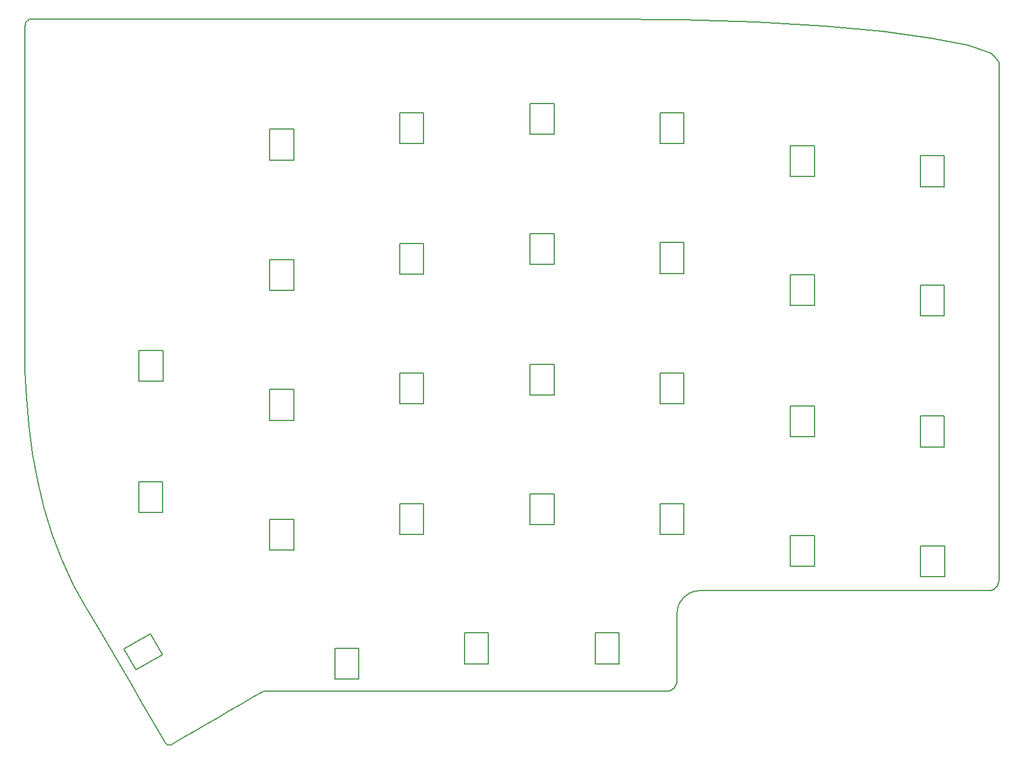
<source format=gbr>
G04 #@! TF.GenerationSoftware,KiCad,Pcbnew,(6.0.0-0)*
G04 #@! TF.CreationDate,2022-05-04T20:25:02-04:00*
G04 #@! TF.ProjectId,Lily58,4c696c79-3538-42e6-9b69-6361645f7063,rev?*
G04 #@! TF.SameCoordinates,Original*
G04 #@! TF.FileFunction,Profile,NP*
%FSLAX46Y46*%
G04 Gerber Fmt 4.6, Leading zero omitted, Abs format (unit mm)*
G04 Created by KiCad (PCBNEW (6.0.0-0)) date 2022-05-04 20:25:02*
%MOMM*%
%LPD*%
G01*
G04 APERTURE LIST*
G04 #@! TA.AperFunction,Profile*
%ADD10C,0.200000*%
G04 #@! TD*
G04 #@! TA.AperFunction,Profile*
%ADD11C,0.150000*%
G04 #@! TD*
G04 APERTURE END LIST*
D10*
X104807833Y-37086762D02*
X94400000Y-37086762D01*
X82937528Y-82285296D02*
X82937528Y-75978362D01*
X82937528Y-75978362D02*
X82937528Y-69671429D01*
X82937528Y-88592229D02*
X82937528Y-82285296D01*
D11*
X118750000Y-57750000D02*
X118750000Y-53250000D01*
X101310889Y-127109431D02*
X103060889Y-130140520D01*
X103060889Y-130140520D02*
X99163775Y-132390520D01*
X97413775Y-129359431D02*
X101310889Y-127109431D01*
X99163775Y-132390520D02*
X97413775Y-129359431D01*
X118750000Y-72350000D02*
X122250000Y-72350000D01*
X131750000Y-129250000D02*
X131750000Y-133750000D01*
X166350000Y-127000000D02*
X169850000Y-127000000D01*
X160350000Y-111150000D02*
X156850000Y-111150000D01*
X141250000Y-108050000D02*
X141250000Y-112550000D01*
X103099200Y-104864800D02*
X103099200Y-109364800D01*
X137750000Y-108050000D02*
X141250000Y-108050000D01*
X198450000Y-117250000D02*
X194950000Y-117250000D01*
X122250000Y-114850000D02*
X118750000Y-114850000D01*
X156850000Y-111150000D02*
X156850000Y-106650000D01*
X166350000Y-131500000D02*
X166350000Y-127000000D01*
X194950000Y-117250000D02*
X194950000Y-112750000D01*
X141250000Y-112550000D02*
X137750000Y-112550000D01*
X122250000Y-110350000D02*
X122250000Y-114850000D01*
X179350000Y-108050000D02*
X179350000Y-112550000D01*
X175850000Y-108050000D02*
X179350000Y-108050000D01*
X214000000Y-118750000D02*
X214000000Y-114250000D01*
X147250000Y-127000000D02*
X150750000Y-127000000D01*
X150750000Y-131500000D02*
X147250000Y-131500000D01*
X160350000Y-106650000D02*
X160350000Y-111150000D01*
X137750000Y-112550000D02*
X137750000Y-108050000D01*
X150750000Y-127000000D02*
X150750000Y-131500000D01*
X156850000Y-106650000D02*
X160350000Y-106650000D01*
X217500000Y-114250000D02*
X217500000Y-118750000D01*
X99599200Y-104864800D02*
X103099200Y-104864800D01*
X194950000Y-112750000D02*
X198450000Y-112750000D01*
X128250000Y-129250000D02*
X131750000Y-129250000D01*
X103099200Y-109364800D02*
X99599200Y-109364800D01*
X175850000Y-112550000D02*
X175850000Y-108050000D01*
X217500000Y-118750000D02*
X214000000Y-118750000D01*
X214000000Y-114250000D02*
X217500000Y-114250000D01*
X147250000Y-131500000D02*
X147250000Y-127000000D01*
X99599200Y-109364800D02*
X99599200Y-104864800D01*
X118750000Y-114850000D02*
X118750000Y-110350000D01*
X118750000Y-110350000D02*
X122250000Y-110350000D01*
X128250000Y-133750000D02*
X128250000Y-129250000D01*
X169850000Y-127000000D02*
X169850000Y-131500000D01*
X169850000Y-131500000D02*
X166350000Y-131500000D01*
X179350000Y-112550000D02*
X175850000Y-112550000D01*
X198450000Y-112750000D02*
X198450000Y-117250000D01*
X131750000Y-133750000D02*
X128250000Y-133750000D01*
X99624000Y-90170000D02*
X99624000Y-85670000D01*
X103124000Y-85670000D02*
X103124000Y-90170000D01*
X103124000Y-90170000D02*
X99624000Y-90170000D01*
X99624000Y-85670000D02*
X103124000Y-85670000D01*
D10*
X178319348Y-134034052D02*
X178288901Y-134314154D01*
X225460000Y-100326490D02*
X225460000Y-109808112D01*
X82937528Y-63364495D02*
X82937528Y-57057562D01*
D11*
X160350000Y-92150000D02*
X156850000Y-92150000D01*
D10*
X96695647Y-131453701D02*
X98371341Y-134320020D01*
X225204001Y-120128696D02*
X225020912Y-120350648D01*
X169449826Y-135511658D02*
X176819348Y-135511658D01*
D11*
X141250000Y-88950000D02*
X141250000Y-93450000D01*
D10*
X89992869Y-119988423D02*
X91668563Y-122854742D01*
X177658308Y-135255660D02*
X177403500Y-135393876D01*
D11*
X141250000Y-55350000D02*
X137750000Y-55350000D01*
D10*
X178201565Y-134595810D02*
X178063349Y-134850619D01*
X104288864Y-143357278D02*
X104456758Y-143271756D01*
D11*
X122250000Y-72350000D02*
X122250000Y-76850000D01*
D10*
X225460000Y-43436755D02*
X225460000Y-52918378D01*
D11*
X198450000Y-60150000D02*
X194950000Y-60150000D01*
D10*
X136027379Y-37086762D02*
X125619545Y-37086762D01*
X104130206Y-143404468D02*
X104288864Y-143357278D01*
X83245570Y-37394123D02*
X83400937Y-37265961D01*
X103842470Y-143386445D02*
X103981252Y-143413974D01*
D11*
X179350000Y-50850000D02*
X179350000Y-55350000D01*
D10*
X82937528Y-50750629D02*
X82937528Y-44443695D01*
X103597295Y-143222884D02*
X103714328Y-143322532D01*
X116186619Y-136480784D02*
X117862313Y-135510645D01*
X224278471Y-42156190D02*
X220889319Y-40963847D01*
D11*
X217450000Y-80550000D02*
X213950000Y-80550000D01*
D10*
X103981252Y-143413974D02*
X104130206Y-143404468D01*
D11*
X194950000Y-93750000D02*
X198450000Y-93750000D01*
X156850000Y-87650000D02*
X160350000Y-87650000D01*
D10*
X224900000Y-42700000D02*
X224278471Y-42156190D01*
X178319348Y-131597973D02*
X178319348Y-132816013D01*
D11*
X137750000Y-74450000D02*
X137750000Y-69950000D01*
D10*
X178319348Y-129161894D02*
X178319348Y-130379933D01*
D11*
X118750000Y-76850000D02*
X118750000Y-72350000D01*
X122250000Y-91350000D02*
X122250000Y-95850000D01*
D10*
X83579303Y-37169210D02*
X83776462Y-37108075D01*
X178594174Y-122926713D02*
X178916678Y-122332160D01*
X178390391Y-123583911D02*
X178594174Y-122926713D01*
X104456758Y-143271756D02*
X106132452Y-142301617D01*
X197622092Y-120789735D02*
X202889673Y-120789735D01*
X213424836Y-120789735D02*
X218692418Y-120789735D01*
X225460000Y-90844867D02*
X225460000Y-100326490D01*
D11*
X160350000Y-49460000D02*
X160350000Y-53960000D01*
D10*
X91668563Y-122854742D02*
X93344258Y-125721062D01*
X139971738Y-135511658D02*
X147341260Y-135511658D01*
X82937528Y-44443695D02*
X82937528Y-38136762D01*
X224900000Y-42700000D02*
X225460000Y-43436755D01*
D11*
X179350000Y-55350000D02*
X175850000Y-55350000D01*
D10*
X83400937Y-37265961D02*
X83579303Y-37169210D01*
D11*
X118750000Y-91350000D02*
X122250000Y-91350000D01*
D10*
X95019952Y-128587381D02*
X96695647Y-131453701D01*
D11*
X137750000Y-69950000D02*
X141250000Y-69950000D01*
D10*
X192354511Y-120789735D02*
X197622092Y-120789735D01*
D11*
X156850000Y-68550000D02*
X160350000Y-68550000D01*
D10*
X181819348Y-120789735D02*
X187086929Y-120789735D01*
X177880261Y-135072571D02*
X177658308Y-135255660D01*
X103398425Y-142918979D02*
X103491837Y-143088150D01*
D11*
X175850000Y-74350000D02*
X175850000Y-69850000D01*
D10*
X225020912Y-120350648D02*
X224798960Y-120533736D01*
D11*
X141250000Y-93450000D02*
X137750000Y-93450000D01*
D10*
X83020657Y-37727855D02*
X83117409Y-37549489D01*
D11*
X217450000Y-95250000D02*
X217450000Y-99750000D01*
D10*
X106132452Y-142301617D02*
X107808147Y-141331479D01*
D11*
X179350000Y-69850000D02*
X179350000Y-74350000D01*
X141250000Y-74450000D02*
X137750000Y-74450000D01*
D10*
X215525697Y-39885159D02*
X208420758Y-38945561D01*
D11*
X213950000Y-76050000D02*
X217450000Y-76050000D01*
D10*
X177403500Y-135393876D02*
X177121844Y-135481211D01*
D11*
X122250000Y-57750000D02*
X118750000Y-57750000D01*
X194950000Y-79050000D02*
X194950000Y-74550000D01*
X160350000Y-68550000D02*
X160350000Y-73050000D01*
X175850000Y-88950000D02*
X179350000Y-88950000D01*
X213950000Y-95250000D02*
X217450000Y-95250000D01*
X160350000Y-73050000D02*
X156850000Y-73050000D01*
X122250000Y-53250000D02*
X122250000Y-57750000D01*
X198450000Y-98250000D02*
X194950000Y-98250000D01*
D10*
X178319348Y-126725814D02*
X178319348Y-127943854D01*
X178063349Y-134850619D02*
X177880261Y-135072571D01*
X224262495Y-120759288D02*
X223959999Y-120789735D01*
X83135690Y-92617561D02*
X83490297Y-96657663D01*
D11*
X137750000Y-55350000D02*
X137750000Y-50850000D01*
D10*
X178319348Y-132816013D02*
X178319348Y-134034052D01*
D11*
X137750000Y-50850000D02*
X141250000Y-50850000D01*
D10*
X179343884Y-121814271D02*
X179861773Y-121387065D01*
X125619545Y-37086762D02*
X115211711Y-37086762D01*
X225460000Y-109808112D02*
X225460000Y-119289735D01*
X88291758Y-116318073D02*
X89993333Y-119989540D01*
X83117409Y-37549489D02*
X83245570Y-37394123D01*
D11*
X217450000Y-99750000D02*
X213950000Y-99750000D01*
X122250000Y-95850000D02*
X118750000Y-95850000D01*
D10*
X178916678Y-122332160D02*
X179343884Y-121814271D01*
X83490297Y-96657663D02*
X84020972Y-100690825D01*
X103714328Y-143322532D02*
X103842470Y-143386445D01*
X82938210Y-38136762D02*
X82959523Y-37925015D01*
X208157255Y-120789735D02*
X213424836Y-120789735D01*
X125232695Y-135511658D02*
X132602217Y-135511658D01*
X225460000Y-52918378D02*
X225460000Y-62400000D01*
D11*
X118750000Y-53250000D02*
X122250000Y-53250000D01*
D10*
X83776462Y-37108075D02*
X83988210Y-37086762D01*
X112835230Y-138421062D02*
X114510925Y-137450923D01*
X154710782Y-135511658D02*
X162080304Y-135511658D01*
X109483841Y-140361340D02*
X111159536Y-139391201D01*
X179861773Y-121387065D02*
X180456326Y-121064561D01*
D11*
X122250000Y-76850000D02*
X118750000Y-76850000D01*
D10*
X178319348Y-127943854D02*
X178319348Y-129161894D01*
D11*
X156850000Y-49460000D02*
X160350000Y-49460000D01*
D10*
X146435213Y-37086762D02*
X136027379Y-37086762D01*
D11*
X213950000Y-99750000D02*
X213950000Y-95250000D01*
D10*
X218692418Y-120789735D02*
X223959999Y-120789735D01*
X85688004Y-108649127D02*
X86863105Y-112530670D01*
X86863105Y-112530670D02*
X88291758Y-116318073D01*
D11*
X194950000Y-55650000D02*
X198450000Y-55650000D01*
D10*
X178288901Y-134314154D02*
X178201565Y-134595810D01*
X162080304Y-135511658D02*
X169449826Y-135511658D01*
X156843047Y-37086762D02*
X146435213Y-37086762D01*
D11*
X179350000Y-74350000D02*
X175850000Y-74350000D01*
D10*
X178319348Y-130379933D02*
X178319348Y-131597973D01*
D11*
X137750000Y-88950000D02*
X141250000Y-88950000D01*
D10*
X117863173Y-135511658D02*
X125232695Y-135511658D01*
X180456326Y-121064561D02*
X181113524Y-120860778D01*
D11*
X198450000Y-74550000D02*
X198450000Y-79050000D01*
X175850000Y-55350000D02*
X175850000Y-50850000D01*
D10*
X189919538Y-37585374D02*
X178989563Y-37215654D01*
X107808147Y-141331479D02*
X109483841Y-140361340D01*
X115211711Y-37086762D02*
X104803877Y-37086762D01*
D11*
X194950000Y-98250000D02*
X194950000Y-93750000D01*
X213950000Y-57150000D02*
X217450000Y-57150000D01*
X217450000Y-76050000D02*
X217450000Y-80550000D01*
D10*
X225429552Y-119592231D02*
X225342217Y-119873887D01*
D11*
X137750000Y-93450000D02*
X137750000Y-88950000D01*
D10*
X82937528Y-57057562D02*
X82937528Y-50750629D01*
X225460000Y-71881623D02*
X225460000Y-81363245D01*
X101722730Y-140052659D02*
X103398425Y-142918979D01*
D11*
X175850000Y-69850000D02*
X179350000Y-69850000D01*
X179350000Y-88950000D02*
X179350000Y-93450000D01*
D10*
X181113524Y-120860778D02*
X181819348Y-120789735D01*
X225460000Y-62400000D02*
X225460000Y-71881623D01*
X103491837Y-143088150D02*
X103597295Y-143222884D01*
X84020972Y-100690825D02*
X84747083Y-104695246D01*
X94396044Y-37086762D02*
X83988210Y-37086762D01*
X178319348Y-124289735D02*
X178319348Y-125507775D01*
D11*
X175850000Y-93450000D02*
X175850000Y-88950000D01*
X160350000Y-87650000D02*
X160350000Y-92150000D01*
D10*
X208420758Y-38945561D02*
X199807654Y-38170488D01*
X132602217Y-135511658D02*
X139971738Y-135511658D01*
X82937777Y-88592317D02*
X83135690Y-92617561D01*
D11*
X198450000Y-55650000D02*
X198450000Y-60150000D01*
D10*
X147341260Y-135511658D02*
X154710782Y-135511658D01*
D11*
X141250000Y-50850000D02*
X141250000Y-55350000D01*
X160350000Y-53960000D02*
X156850000Y-53960000D01*
D10*
X178319348Y-124289735D02*
X178390391Y-123583911D01*
D11*
X156850000Y-92150000D02*
X156850000Y-87650000D01*
D10*
X98371341Y-134320020D02*
X100047036Y-137186340D01*
X225342217Y-119873887D02*
X225204001Y-120128696D01*
X202889673Y-120789735D02*
X208157255Y-120789735D01*
X82937528Y-69671429D02*
X82937528Y-63364495D01*
D11*
X198450000Y-93750000D02*
X198450000Y-98250000D01*
X141250000Y-69950000D02*
X141250000Y-74450000D01*
D10*
X111159536Y-139391201D02*
X112835230Y-138421062D01*
D11*
X213950000Y-80550000D02*
X213950000Y-76050000D01*
D10*
X225460000Y-81363245D02*
X225460000Y-90844867D01*
X187086929Y-120789735D02*
X192354511Y-120789735D01*
X220889319Y-40963847D02*
X215525697Y-39885159D01*
D11*
X118750000Y-95850000D02*
X118750000Y-91350000D01*
D10*
X177121844Y-135481211D02*
X176819348Y-135511658D01*
D11*
X156850000Y-73050000D02*
X156850000Y-68550000D01*
X217450000Y-61650000D02*
X213950000Y-61650000D01*
D10*
X84747083Y-104695246D02*
X85688004Y-108649127D01*
D11*
X198450000Y-79050000D02*
X194950000Y-79050000D01*
D10*
X167250881Y-37086762D02*
X156843047Y-37086762D01*
X114510925Y-137450923D02*
X116186619Y-136480784D01*
X224544152Y-120671952D02*
X224262495Y-120759288D01*
X100047036Y-137186340D02*
X101722730Y-140052659D01*
D11*
X194950000Y-60150000D02*
X194950000Y-55650000D01*
X213950000Y-61650000D02*
X213950000Y-57150000D01*
D10*
X93344258Y-125721062D02*
X95019952Y-128587381D01*
X178989563Y-37215654D02*
X167250881Y-37086762D01*
D11*
X217450000Y-57150000D02*
X217450000Y-61650000D01*
D10*
X224798960Y-120533736D02*
X224544152Y-120671952D01*
X225459999Y-119289735D02*
X225429552Y-119592231D01*
D11*
X194950000Y-74550000D02*
X198450000Y-74550000D01*
D10*
X199807654Y-38170488D02*
X189919538Y-37585374D01*
D11*
X179350000Y-93450000D02*
X175850000Y-93450000D01*
X175850000Y-50850000D02*
X179350000Y-50850000D01*
X156850000Y-53960000D02*
X156850000Y-49460000D01*
D10*
X178319348Y-125507775D02*
X178319348Y-126725814D01*
X82959523Y-37925015D02*
X83020657Y-37727855D01*
M02*

</source>
